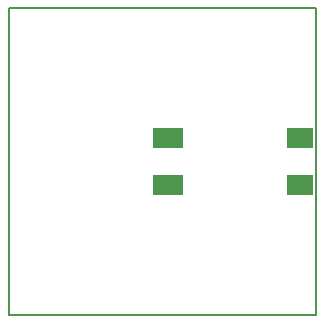
<source format=gtp>
G04 (created by PCBNEW (2013-mar-13)-testing) date Wed 05 Jun 2013 12:42:06 PM WEST*
%MOIN*%
G04 Gerber Fmt 3.4, Leading zero omitted, Abs format*
%FSLAX34Y34*%
G01*
G70*
G90*
G04 APERTURE LIST*
%ADD10C,0.005906*%
%ADD11R,0.086614X0.070866*%
%ADD12R,0.102362X0.070866*%
G04 APERTURE END LIST*
G54D10*
X56692Y-29133D02*
X66929Y-29133D01*
X56692Y-39370D02*
X56692Y-29133D01*
X66929Y-39370D02*
X56692Y-39370D01*
X66929Y-39370D02*
X66929Y-29133D01*
G54D11*
X66417Y-35039D03*
X66417Y-33464D03*
G54D12*
X62007Y-35039D03*
X62007Y-33464D03*
M02*

</source>
